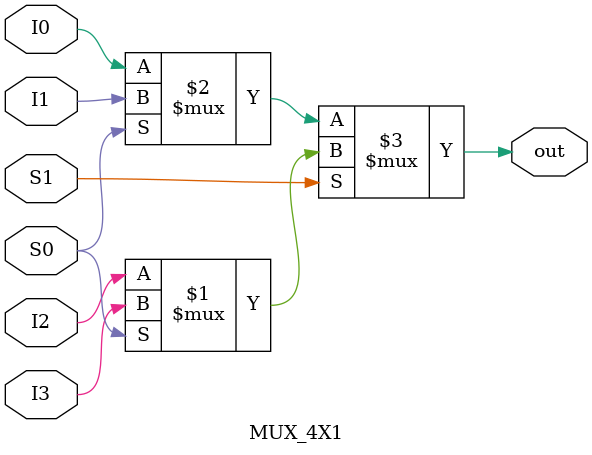
<source format=v>
module FA(input A,B,Cin,output Sum,Carry);
  
  wire Cinb;
  
  not g1(Cinb,Cin);
  
  MUX_4X1 m1(.I0(Cin),.I1(Cinb),.I2(Cinb),.I3(Cin),.S0(B),.S1(A),.out(Sum));
  MUX_4X1 m2(.I0(1'b0),.I1(Cin),.I2(1'b1),.I3(Cin),.S0(B),.S1(A),.out(Carry));

endmodule


module MUX_4X1(input I0,I1,I2,I3,S0,S1,output out);
 
  assign out=S1?(S0?I3:I2):(S0?I1:I0);
  
endmodule

</source>
